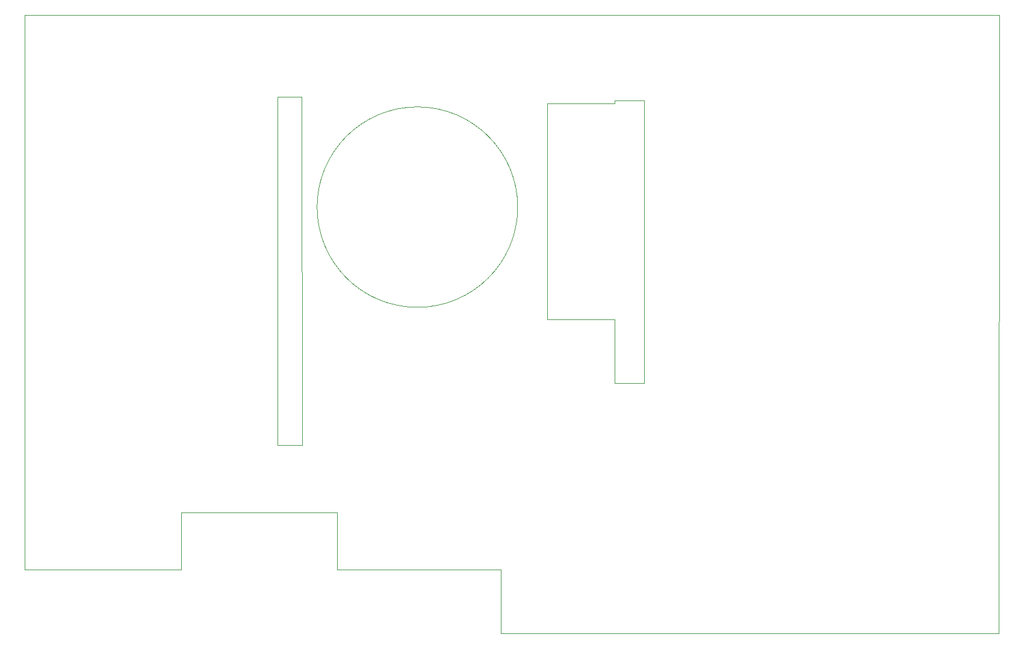
<source format=gbr>
G04 #@! TF.GenerationSoftware,KiCad,Pcbnew,5.0.2-bee76a0~70~ubuntu18.04.1*
G04 #@! TF.CreationDate,2020-03-05T16:19:56+01:00*
G04 #@! TF.ProjectId,myo_shield_pcb,6d796f5f-7368-4696-956c-645f7063622e,rev?*
G04 #@! TF.SameCoordinates,Original*
G04 #@! TF.FileFunction,Profile,NP*
%FSLAX46Y46*%
G04 Gerber Fmt 4.6, Leading zero omitted, Abs format (unit mm)*
G04 Created by KiCad (PCBNEW 5.0.2-bee76a0~70~ubuntu18.04.1) date Do 05 Mär 2020 16:19:56 CET*
%MOMM*%
%LPD*%
G01*
G04 APERTURE LIST*
%ADD10C,0.050000*%
%ADD11C,0.120000*%
G04 APERTURE END LIST*
D10*
X83000000Y-125000000D02*
X61000000Y-125000000D01*
X128000000Y-125000000D02*
X105000000Y-125000000D01*
X105000000Y-117000000D02*
X105000000Y-125000000D01*
X83000000Y-117000000D02*
X105000000Y-117000000D01*
X83000000Y-125000000D02*
X83000000Y-117000000D01*
X128000000Y-134000000D02*
X128000000Y-125000000D01*
X198000000Y-134000000D02*
X128000000Y-134000000D01*
X96600000Y-58500000D02*
X100000000Y-58500000D01*
X198000000Y-134000000D02*
X198120000Y-46990000D01*
X148100000Y-59000000D02*
X144000000Y-59000000D01*
X148100000Y-98800000D02*
X148100000Y-59000000D01*
X144000000Y-98800000D02*
X148100000Y-98800000D01*
X144000000Y-89800000D02*
X144000000Y-98800000D01*
X134500000Y-89800000D02*
X144000000Y-89800000D01*
X134500000Y-75500000D02*
X134500000Y-89800000D01*
X134500000Y-59400000D02*
X134500000Y-75500000D01*
X144000000Y-59400000D02*
X134500000Y-59400000D01*
X144000000Y-59000000D02*
X144000000Y-59400000D01*
D11*
X130357179Y-74000000D02*
G75*
G03X130357179Y-74000000I-14107179J0D01*
G01*
D10*
X100000000Y-58500000D02*
X100050000Y-107500000D01*
X96600000Y-107500000D02*
X96600000Y-58500000D01*
X96600000Y-107500000D02*
X100050000Y-107500000D01*
X198120000Y-46990000D02*
X61000000Y-47000000D01*
X61000000Y-47000000D02*
X61000000Y-125000000D01*
M02*

</source>
